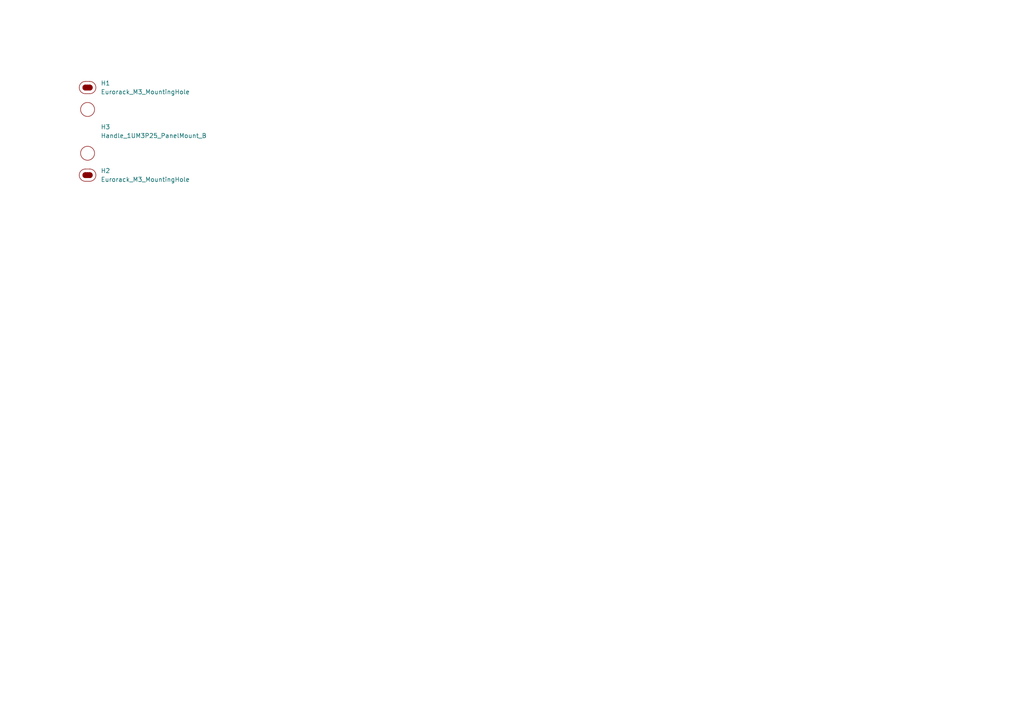
<source format=kicad_sch>
(kicad_sch (version 20250114) (generator "eeschema") (generator_version "9.0")
  (paper "A4")
  (lib_symbols
    (symbol "EXC:Eurorack_M3_MountingHole" (pin_names (offset 1.016))
      (property "Reference" "H" (at 0 5.08 0))
      (property "Value" "Eurorack_M3_MountingHole" (at 0 3.175 0))
      (symbol "Eurorack_M3_MountingHole_0_1"
        (polyline (pts (xy -0.635 0.762) (xy 0.635 0.762)))
        (circle (center -0.635 0) (radius 0.762) (fill (type outline)))
        (arc (start -0.635 -0.762) (mid -1.397 0) (end -0.635 0.762))
        (arc (start -0.635 -1.778) (mid -2.413 0) (end -0.635 1.778))
        (polyline (pts (xy -0.635 -0.762) (xy 0.635 -0.762)))
        (polyline (pts (xy -0.635 -1.778) (xy 0.635 -1.778)))
        (circle (center 0 0) (radius 0.762) (fill (type outline)))
        (polyline (pts (xy 0.635 1.778) (xy -0.635 1.778)))
        (arc (start 0.6141 1.778) (mid 2.4131 0) (end 0.6141 -1.778))
        (arc (start 0.6227 0.762) (mid 1.3971 0) (end 0.6227 -0.762))
        (circle (center 0.635 0) (radius 0.762) (fill (type outline)))
      )
    )
    (symbol "EXC:Handle_1UM3P25_B"
      (property "Reference" "H" (at 0 -6.35 0))
      (property "Value" "Handle_1UM3P25_PanelMount_B" (at 0.254 -17.018 0))
      (symbol "Handle_1UM3P25_B_0_1"
        (circle (center 0 0) (radius 2.032))
        (circle (center 0 -12.7) (radius 2.032))
      )
    )
  )
  (symbol (lib_id "EXC:Eurorack_M3_MountingHole") (at 25.4 25.4 0) (unit 1)
    (property "Reference" "H1" (at 29.21 24.1299 0) (effects (justify left)))
    (property "Value" "Eurorack_M3_MountingHole" (at 29.21 26.6699 0) (effects (justify left)))
    (property "Footprint" "EXC:MountingHole_3.2mm_M3" (effects (hide yes)))
    (property "Description" "Mounting Hole without connection" (effects (hide yes)))
  )
  (symbol (lib_id "EXC:Eurorack_M3_MountingHole") (at 25.4 50.8 0) (unit 1)
    (property "Reference" "H2" (at 29.21 49.5299 0) (effects (justify left)))
    (property "Value" "Eurorack_M3_MountingHole" (at 29.21 52.0699 0) (effects (justify left)))
    (property "Footprint" "EXC:MountingHole_3.2mm_M3" (effects (hide yes)))
    (property "Description" "Mounting Hole without connection" (effects (hide yes)))
  )
  (symbol (lib_id "EXC:Handle_1UM3P25_B") (at 25.4 31.75 0) (unit 1)
    (property "Reference" "H3" (at 29.21 36.8299 0) (effects (justify left)))
    (property "Value" "Handle_1UM3P25_PanelMount_B" (at 29.21 39.3699 0) (effects (justify left)))
    (property "Footprint" "EXC:Handle_1UM3P25_B" (effects (hide yes)))
  )
)
</source>
